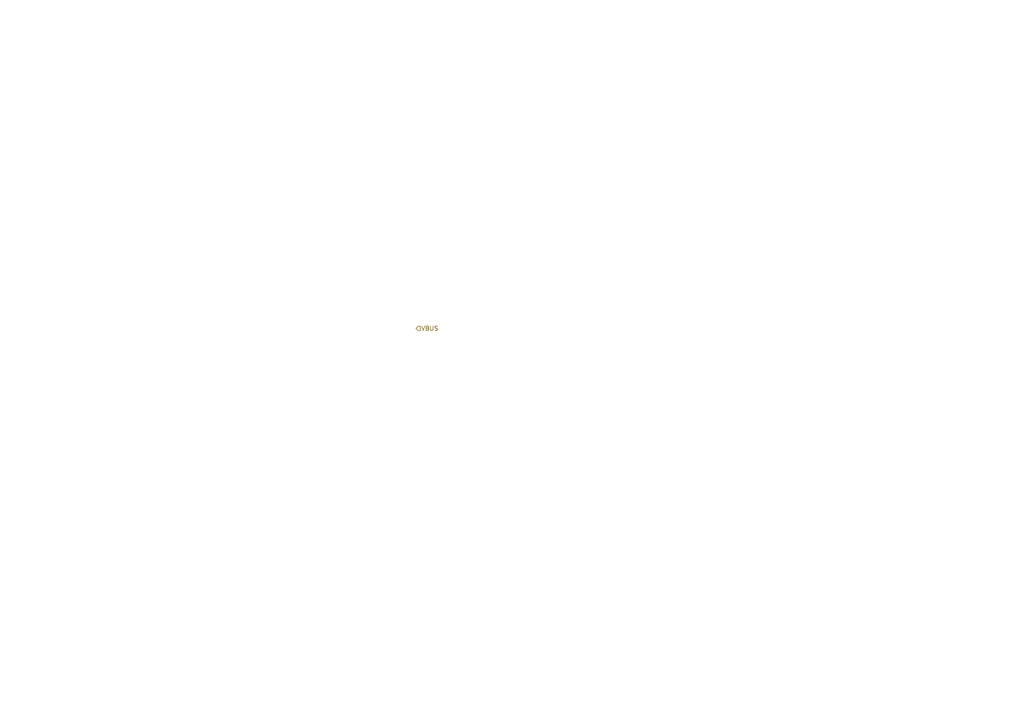
<source format=kicad_sch>
(kicad_sch (version 20230121) (generator eeschema)
  (paper "A4")
  (title_block (title "Heterogeneous radar, RGB, and ToF sensor board") (date "2023-03-28") (rev "1") (company "Center for Project-Based Learning") (comment 1 "Zoltán Marcsek"))
  (lib_symbols)
  (hierarchical_label "VBUS" (shape input) (at 120.65 95.25 0))
)
</source>
